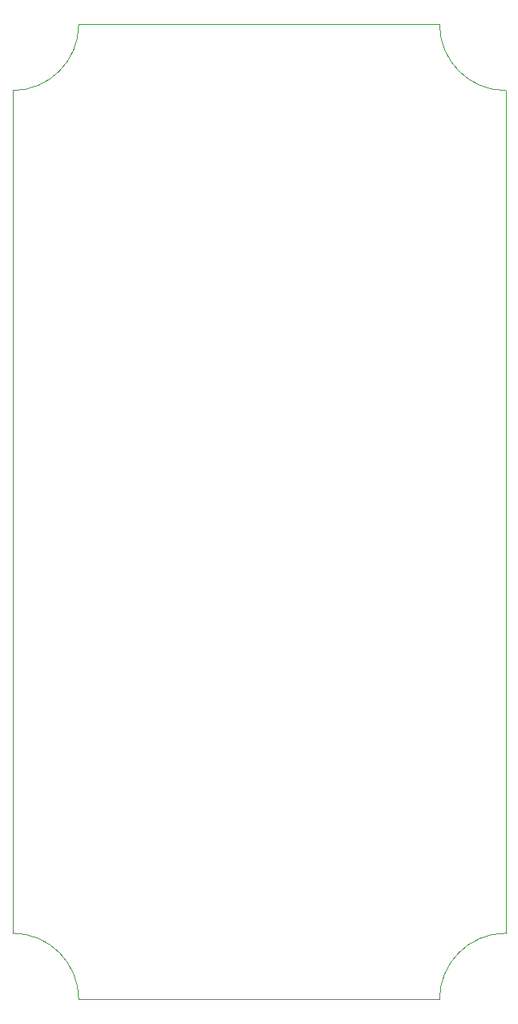
<source format=gko>
G04*
G04 #@! TF.GenerationSoftware,Altium Limited,Altium Designer,21.6.4 (81)*
G04*
G04 Layer_Color=16711935*
%FSAX44Y44*%
%MOMM*%
G71*
G04*
G04 #@! TF.SameCoordinates,1A77CDA6-7C2D-4FE3-B1CB-ECEED33A992D*
G04*
G04*
G04 #@! TF.FilePolarity,Positive*
G04*
G01*
G75*
%ADD14C,0.0500*%
D14*
X00940500Y01264350D02*
G03*
X01010350Y01194500I00069850J00000000D01*
G01*
X00489650D02*
G03*
X00559500Y01264350I00000000J00069850D01*
G01*
X01010350Y00305500D02*
G03*
X00940500Y00235650I00000000J-00069850D01*
G01*
X00559500D02*
G03*
X00489650Y00305500I-00069850J00000000D01*
G01*
X01010350D02*
X01010350Y01194500D01*
X00559500Y01264350D02*
X00940500D01*
X00489650Y00305500D02*
X00489650Y01194500D01*
X00559500Y00235650D02*
X00940500D01*
M02*

</source>
